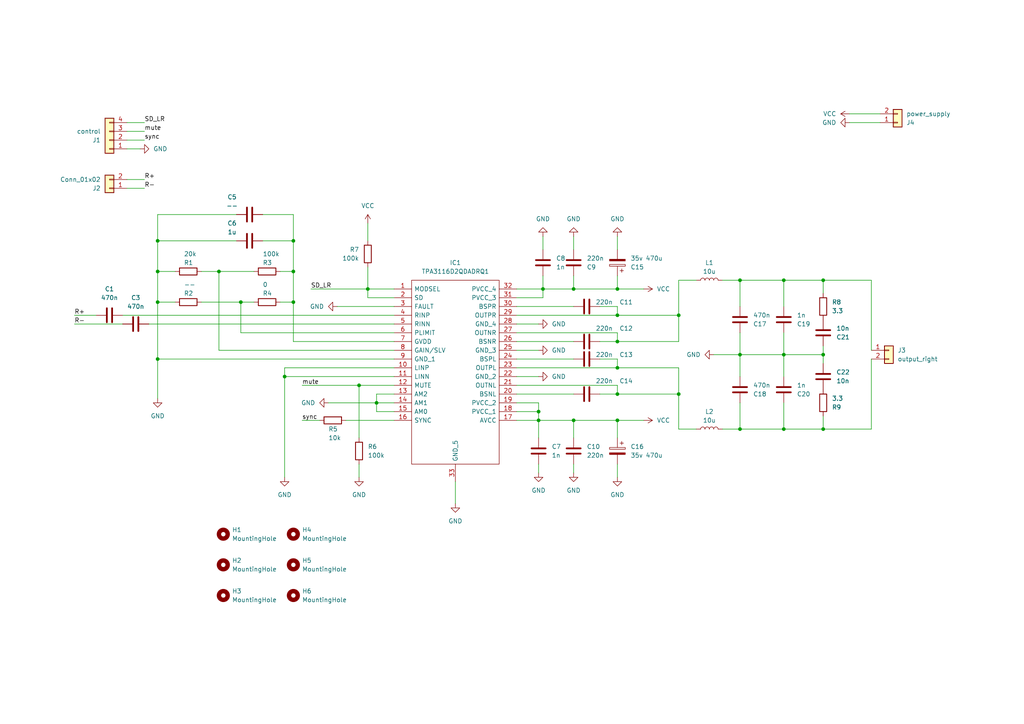
<source format=kicad_sch>
(kicad_sch (version 20230121) (generator eeschema)
  (paper "A4")
  (lib_symbols
    (symbol "Connector_Generic:Conn_01x02" (pin_names (offset 1.016) hide)
      (property "Reference" "J" (at 0 2.54 0))
      (property "Value" "Conn_01x02" (at 0 -5.08 0))
      (symbol "Conn_01x02_1_1"
        (rectangle (start -1.27 -2.413) (end 0 -2.667) (stroke (width 0.1524)))
        (rectangle (start -1.27 0.127) (end 0 -0.127) (stroke (width 0.1524)))
        (rectangle (start -1.27 1.27) (end 1.27 -3.81) (stroke (width 0.254)) (fill (type background)))
        (pin passive line (at -5.08 0 0) (length 3.81) (name "Pin_1") (number "1"))
        (pin passive line (at -5.08 -2.54 0) (length 3.81) (name "Pin_2") (number "2"))
      )
    )
    (symbol "Connector_Generic:Conn_01x04" (pin_names (offset 1.016) hide)
      (property "Reference" "J" (at 0 5.08 0))
      (property "Value" "Conn_01x04" (at 0 -7.62 0))
      (symbol "Conn_01x04_1_1"
        (rectangle (start -1.27 -4.953) (end 0 -5.207) (stroke (width 0.1524)))
        (rectangle (start -1.27 -2.413) (end 0 -2.667) (stroke (width 0.1524)))
        (rectangle (start -1.27 0.127) (end 0 -0.127) (stroke (width 0.1524)))
        (rectangle (start -1.27 2.667) (end 0 2.413) (stroke (width 0.1524)))
        (rectangle (start -1.27 3.81) (end 1.27 -6.35) (stroke (width 0.254)) (fill (type background)))
        (pin passive line (at -5.08 2.54 0) (length 3.81) (name "Pin_1") (number "1"))
        (pin passive line (at -5.08 0 0) (length 3.81) (name "Pin_2") (number "2"))
        (pin passive line (at -5.08 -2.54 0) (length 3.81) (name "Pin_3") (number "3"))
        (pin passive line (at -5.08 -5.08 0) (length 3.81) (name "Pin_4") (number "4"))
      )
    )
    (symbol "Device:C" (pin_numbers hide) (pin_names (offset 0.254))
      (property "Reference" "C" (at 0.635 2.54 0))
      (property "Value" "C" (at 0.635 -2.54 0))
      (symbol "C_0_1"
        (polyline (pts (xy -2.032 -0.762) (xy 2.032 -0.762)) (stroke (width 0.508)))
        (polyline (pts (xy -2.032 0.762) (xy 2.032 0.762)) (stroke (width 0.508)))
      )
      (symbol "C_1_1"
        (pin passive line (at 0 3.81 270) (length 2.794) (name "~") (number "1"))
        (pin passive line (at 0 -3.81 90) (length 2.794) (name "~") (number "2"))
      )
    )
    (symbol "Device:C_Polarized" (pin_numbers hide) (pin_names (offset 0.254))
      (property "Reference" "C" (at 0.635 2.54 0))
      (property "Value" "C_Polarized" (at 0.635 -2.54 0))
      (symbol "C_Polarized_0_1"
        (rectangle (start -2.286 0.508) (end 2.286 1.016))
        (polyline (pts (xy -1.778 2.286) (xy -0.762 2.286)))
        (polyline (pts (xy -1.27 2.794) (xy -1.27 1.778)))
        (rectangle (start 2.286 -0.508) (end -2.286 -1.016) (fill (type outline)))
      )
      (symbol "C_Polarized_1_1"
        (pin passive line (at 0 3.81 270) (length 2.794) (name "~") (number "1"))
        (pin passive line (at 0 -3.81 90) (length 2.794) (name "~") (number "2"))
      )
    )
    (symbol "Device:L" (pin_numbers hide) (pin_names (offset 1.016) hide)
      (property "Reference" "L" (at -1.27 0 90))
      (property "Value" "L" (at 1.905 0 90))
      (symbol "L_0_1"
        (arc (start 0 -2.54) (mid 0.6323 -1.905) (end 0 -1.27))
        (arc (start 0 -1.27) (mid 0.6323 -0.635) (end 0 0))
        (arc (start 0 0) (mid 0.6323 0.635) (end 0 1.27))
        (arc (start 0 1.27) (mid 0.6323 1.905) (end 0 2.54))
      )
      (symbol "L_1_1"
        (pin passive line (at 0 3.81 270) (length 1.27) (name "1") (number "1"))
        (pin passive line (at 0 -3.81 90) (length 1.27) (name "2") (number "2"))
      )
    )
    (symbol "Device:R" (pin_numbers hide) (pin_names (offset 0))
      (property "Reference" "R" (at 2.032 0 90))
      (property "Value" "R" (at 0 0 90))
      (symbol "R_0_1"
        (rectangle (start -1.016 -2.54) (end 1.016 2.54) (stroke (width 0.254)))
      )
      (symbol "R_1_1"
        (pin passive line (at 0 3.81 270) (length 1.27) (name "~") (number "1"))
        (pin passive line (at 0 -3.81 90) (length 1.27) (name "~") (number "2"))
      )
    )
    (symbol "Mechanical:MountingHole" (pin_names (offset 1.016))
      (property "Reference" "H" (at 0 5.08 0))
      (property "Value" "MountingHole" (at 0 3.175 0))
      (symbol "MountingHole_0_1"
        (circle (center 0 0) (radius 1.27) (stroke (width 1.27)))
      )
    )
    (symbol "local:TPA3116D2QDADRQ1" (pin_names (offset 0.762))
      (property "Reference" "IC" (at 31.75 7.62 0))
      (property "Value" "TPA3116D2QDADRQ1" (at 31.75 5.08 0))
      (symbol "TPA3116D2QDADRQ1_0_0"
        (pin passive line (at 0 0 0) (length 5.08) (name "MODSEL") (number "1"))
        (pin passive line (at 0 -22.86 0) (length 5.08) (name "LINP") (number "10"))
        (pin passive line (at 0 -25.4 0) (length 5.08) (name "LINN") (number "11"))
        (pin passive line (at 0 -27.94 0) (length 5.08) (name "MUTE") (number "12"))
        (pin passive line (at 0 -30.48 0) (length 5.08) (name "AM2") (number "13"))
        (pin passive line (at 0 -33.02 0) (length 5.08) (name "AM1") (number "14"))
        (pin passive line (at 0 -35.56 0) (length 5.08) (name "AM0") (number "15"))
        (pin passive line (at 0 -38.1 0) (length 5.08) (name "SYNC") (number "16"))
        (pin passive line (at 35.56 -38.1 180) (length 5.08) (name "AVCC") (number "17"))
        (pin passive line (at 35.56 -35.56 180) (length 5.08) (name "PVCC_1") (number "18"))
        (pin passive line (at 35.56 -33.02 180) (length 5.08) (name "PVCC_2") (number "19"))
        (pin passive line (at 0 -2.54 0) (length 5.08) (name "SD") (number "2"))
        (pin passive line (at 35.56 -30.48 180) (length 5.08) (name "BSNL") (number "20"))
        (pin passive line (at 35.56 -27.94 180) (length 5.08) (name "OUTNL") (number "21"))
        (pin passive line (at 35.56 -25.4 180) (length 5.08) (name "GND_2") (number "22"))
        (pin passive line (at 35.56 -22.86 180) (length 5.08) (name "OUTPL") (number "23"))
        (pin passive line (at 35.56 -20.32 180) (length 5.08) (name "BSPL") (number "24"))
        (pin passive line (at 35.56 -17.78 180) (length 5.08) (name "GND_3") (number "25"))
        (pin passive line (at 35.56 -15.24 180) (length 5.08) (name "BSNR") (number "26"))
        (pin passive line (at 35.56 -12.7 180) (length 5.08) (name "OUTNR") (number "27"))
        (pin passive line (at 35.56 -10.16 180) (length 5.08) (name "GND_4") (number "28"))
        (pin passive line (at 35.56 -7.62 180) (length 5.08) (name "OUTPR") (number "29"))
        (pin passive line (at 0 -5.08 0) (length 5.08) (name "FAULT") (number "3"))
        (pin passive line (at 35.56 -5.08 180) (length 5.08) (name "BSPR") (number "30"))
        (pin passive line (at 35.56 -2.54 180) (length 5.08) (name "PVCC_3") (number "31"))
        (pin passive line (at 35.56 0 180) (length 5.08) (name "PVCC_4") (number "32"))
        (pin passive line (at 17.78 -55.88 90) (length 5.08) (name "GND_5") (number "33"))
        (pin passive line (at 0 -7.62 0) (length 5.08) (name "RINP") (number "4"))
        (pin passive line (at 0 -10.16 0) (length 5.08) (name "RINN") (number "5"))
        (pin passive line (at 0 -12.7 0) (length 5.08) (name "PLIMIT") (number "6"))
        (pin passive line (at 0 -15.24 0) (length 5.08) (name "GVDD") (number "7"))
        (pin passive line (at 0 -17.78 0) (length 5.08) (name "GAIN/SLV") (number "8"))
        (pin passive line (at 0 -20.32 0) (length 5.08) (name "GND_1") (number "9"))
      )
      (symbol "TPA3116D2QDADRQ1_0_1"
        (polyline (pts (xy 5.08 2.54) (xy 30.48 2.54) (xy 30.48 -50.8) (xy 5.08 -50.8) (xy 5.08 2.54)) (stroke (width 0.1524)))
      )
    )
    (symbol "power:GND" (power) (pin_names (offset 0))
      (property "Value" "GND" (at 0 -3.81 0))
      (symbol "GND_0_1"
        (polyline (pts (xy 0 0) (xy 0 -1.27) (xy 1.27 -1.27) (xy 0 -2.54) (xy -1.27 -1.27) (xy 0 -1.27)))
      )
      (symbol "GND_1_1"
        (pin power_in line (at 0 0 270) (length 0) hide (name "GND") (number "1"))
      )
    )
    (symbol "power:VCC" (power) (pin_names (offset 0))
      (property "Value" "VCC" (at 0 3.81 0))
      (symbol "VCC_0_1"
        (polyline (pts (xy -0.762 1.27) (xy 0 2.54)))
        (polyline (pts (xy 0 0) (xy 0 2.54)))
        (polyline (pts (xy 0 2.54) (xy 0.762 1.27)))
      )
      (symbol "VCC_1_1"
        (pin power_in line (at 0 0 90) (length 0) hide (name "VCC") (number "1"))
      )
    )
  )
  (junction (at 238.76 81.28))
  (junction (at 214.63 124.46))
  (junction (at 196.85 114.3))
  (junction (at 45.72 69.85))
  (junction (at 85.09 87.63))
  (junction (at 227.33 102.87))
  (junction (at 166.37 121.92))
  (junction (at 238.76 124.46))
  (junction (at 166.37 83.82))
  (junction (at 45.72 104.14))
  (junction (at 157.48 83.82))
  (junction (at 238.76 102.87))
  (junction (at 156.21 119.38))
  (junction (at 85.09 69.85))
  (junction (at 179.07 114.3))
  (junction (at 227.33 81.28))
  (junction (at 179.07 121.92))
  (junction (at 179.07 83.82))
  (junction (at 109.22 116.84))
  (junction (at 106.68 83.82))
  (junction (at 63.5 78.74))
  (junction (at 156.21 121.92))
  (junction (at 227.33 124.46))
  (junction (at 45.72 87.63))
  (junction (at 179.07 91.44))
  (junction (at 69.85 87.63))
  (junction (at 196.85 91.44))
  (junction (at 179.07 106.68))
  (junction (at 214.63 81.28))
  (junction (at 85.09 78.74))
  (junction (at 179.07 99.06))
  (junction (at 45.72 78.74))
  (junction (at 82.55 109.22))
  (junction (at 104.14 111.76))
  (junction (at 214.63 102.87))
  (wire (pts (xy 132.08 146.05) (xy 132.08 139.7)))
  (wire (pts (xy 214.63 81.28) (xy 214.63 88.9)))
  (wire (pts (xy 45.72 69.85) (xy 45.72 78.74)))
  (wire (pts (xy 109.22 114.3) (xy 114.3 114.3)))
  (wire (pts (xy 179.07 83.82) (xy 179.07 80.01)))
  (wire (pts (xy 214.63 102.87) (xy 214.63 109.22)))
  (wire (pts (xy 179.07 114.3) (xy 196.85 114.3)))
  (wire (pts (xy 166.37 68.58) (xy 166.37 72.39)))
  (wire (pts (xy 76.2 69.85) (xy 85.09 69.85)))
  (wire (pts (xy 21.59 91.44) (xy 27.94 91.44)))
  (wire (pts (xy 149.86 83.82) (xy 157.48 83.82)))
  (wire (pts (xy 149.86 104.14) (xy 166.37 104.14)))
  (wire (pts (xy 114.3 96.52) (xy 69.85 96.52)))
  (wire (pts (xy 41.91 38.1) (xy 36.83 38.1)))
  (wire (pts (xy 85.09 99.06) (xy 114.3 99.06)))
  (wire (pts (xy 109.22 114.3) (xy 109.22 116.84)))
  (wire (pts (xy 109.22 116.84) (xy 109.22 119.38)))
  (wire (pts (xy 156.21 137.16) (xy 156.21 134.62)))
  (wire (pts (xy 106.68 77.47) (xy 106.68 83.82)))
  (wire (pts (xy 68.58 69.85) (xy 45.72 69.85)))
  (wire (pts (xy 149.86 114.3) (xy 166.37 114.3)))
  (wire (pts (xy 179.07 91.44) (xy 196.85 91.44)))
  (wire (pts (xy 85.09 69.85) (xy 85.09 78.74)))
  (wire (pts (xy 45.72 78.74) (xy 45.72 87.63)))
  (wire (pts (xy 104.14 138.43) (xy 104.14 134.62)))
  (wire (pts (xy 196.85 124.46) (xy 201.93 124.46)))
  (wire (pts (xy 85.09 78.74) (xy 81.28 78.74)))
  (wire (pts (xy 214.63 102.87) (xy 227.33 102.87)))
  (wire (pts (xy 69.85 87.63) (xy 73.66 87.63)))
  (wire (pts (xy 179.07 83.82) (xy 186.69 83.82)))
  (wire (pts (xy 238.76 102.87) (xy 238.76 105.41)))
  (wire (pts (xy 82.55 106.68) (xy 82.55 109.22)))
  (wire (pts (xy 214.63 124.46) (xy 214.63 116.84)))
  (wire (pts (xy 179.07 91.44) (xy 179.07 88.9)))
  (wire (pts (xy 45.72 62.23) (xy 45.72 69.85)))
  (wire (pts (xy 179.07 121.92) (xy 186.69 121.92)))
  (wire (pts (xy 156.21 116.84) (xy 156.21 119.38)))
  (wire (pts (xy 68.58 62.23) (xy 45.72 62.23)))
  (wire (pts (xy 45.72 87.63) (xy 45.72 104.14)))
  (wire (pts (xy 196.85 81.28) (xy 201.93 81.28)))
  (wire (pts (xy 85.09 78.74) (xy 85.09 87.63)))
  (wire (pts (xy 149.86 99.06) (xy 166.37 99.06)))
  (wire (pts (xy 156.21 121.92) (xy 149.86 121.92)))
  (wire (pts (xy 85.09 62.23) (xy 85.09 69.85)))
  (wire (pts (xy 196.85 106.68) (xy 196.85 114.3)))
  (wire (pts (xy 85.09 87.63) (xy 85.09 99.06)))
  (wire (pts (xy 104.14 111.76) (xy 114.3 111.76)))
  (wire (pts (xy 45.72 87.63) (xy 50.8 87.63)))
  (wire (pts (xy 149.86 119.38) (xy 156.21 119.38)))
  (wire (pts (xy 227.33 116.84) (xy 227.33 124.46)))
  (wire (pts (xy 252.73 104.14) (xy 252.73 124.46)))
  (wire (pts (xy 45.72 104.14) (xy 114.3 104.14)))
  (wire (pts (xy 95.25 116.84) (xy 109.22 116.84)))
  (wire (pts (xy 207.01 102.87) (xy 214.63 102.87)))
  (wire (pts (xy 238.76 120.65) (xy 238.76 124.46)))
  (wire (pts (xy 40.64 43.18) (xy 36.83 43.18)))
  (wire (pts (xy 63.5 78.74) (xy 73.66 78.74)))
  (wire (pts (xy 157.48 86.36) (xy 149.86 86.36)))
  (wire (pts (xy 106.68 86.36) (xy 114.3 86.36)))
  (wire (pts (xy 45.72 78.74) (xy 50.8 78.74)))
  (wire (pts (xy 106.68 64.77) (xy 106.68 69.85)))
  (wire (pts (xy 156.21 121.92) (xy 166.37 121.92)))
  (wire (pts (xy 109.22 116.84) (xy 114.3 116.84)))
  (wire (pts (xy 45.72 104.14) (xy 45.72 115.57)))
  (wire (pts (xy 149.86 88.9) (xy 166.37 88.9)))
  (wire (pts (xy 214.63 96.52) (xy 214.63 102.87)))
  (wire (pts (xy 149.86 116.84) (xy 156.21 116.84)))
  (wire (pts (xy 87.63 121.92) (xy 92.71 121.92)))
  (wire (pts (xy 82.55 106.68) (xy 114.3 106.68)))
  (wire (pts (xy 227.33 102.87) (xy 238.76 102.87)))
  (wire (pts (xy 179.07 99.06) (xy 173.99 99.06)))
  (wire (pts (xy 227.33 96.52) (xy 227.33 102.87)))
  (wire (pts (xy 69.85 96.52) (xy 69.85 87.63)))
  (wire (pts (xy 156.21 101.6) (xy 149.86 101.6)))
  (wire (pts (xy 106.68 83.82) (xy 106.68 86.36)))
  (wire (pts (xy 166.37 83.82) (xy 179.07 83.82)))
  (wire (pts (xy 227.33 102.87) (xy 227.33 109.22)))
  (wire (pts (xy 209.55 124.46) (xy 214.63 124.46)))
  (wire (pts (xy 196.85 114.3) (xy 196.85 124.46)))
  (wire (pts (xy 252.73 81.28) (xy 252.73 101.6)))
  (wire (pts (xy 100.33 121.92) (xy 114.3 121.92)))
  (wire (pts (xy 35.56 91.44) (xy 114.3 91.44)))
  (wire (pts (xy 97.79 88.9) (xy 114.3 88.9)))
  (wire (pts (xy 179.07 88.9) (xy 173.99 88.9)))
  (wire (pts (xy 58.42 87.63) (xy 69.85 87.63)))
  (wire (pts (xy 166.37 83.82) (xy 166.37 80.01)))
  (wire (pts (xy 179.07 104.14) (xy 179.07 106.68)))
  (wire (pts (xy 179.07 111.76) (xy 179.07 114.3)))
  (wire (pts (xy 149.86 111.76) (xy 179.07 111.76)))
  (wire (pts (xy 196.85 99.06) (xy 196.85 91.44)))
  (wire (pts (xy 149.86 91.44) (xy 179.07 91.44)))
  (wire (pts (xy 157.48 68.58) (xy 157.48 72.39)))
  (wire (pts (xy 157.48 80.01) (xy 157.48 83.82)))
  (wire (pts (xy 43.18 93.98) (xy 114.3 93.98)))
  (wire (pts (xy 104.14 111.76) (xy 104.14 127)))
  (wire (pts (xy 90.17 83.82) (xy 106.68 83.82)))
  (wire (pts (xy 238.76 81.28) (xy 252.73 81.28)))
  (wire (pts (xy 82.55 109.22) (xy 114.3 109.22)))
  (wire (pts (xy 157.48 83.82) (xy 157.48 86.36)))
  (wire (pts (xy 41.91 40.64) (xy 36.83 40.64)))
  (wire (pts (xy 21.59 93.98) (xy 35.56 93.98)))
  (wire (pts (xy 179.07 106.68) (xy 196.85 106.68)))
  (wire (pts (xy 76.2 62.23) (xy 85.09 62.23)))
  (wire (pts (xy 58.42 78.74) (xy 63.5 78.74)))
  (wire (pts (xy 81.28 87.63) (xy 85.09 87.63)))
  (wire (pts (xy 246.38 33.02) (xy 255.27 33.02)))
  (wire (pts (xy 87.63 111.76) (xy 104.14 111.76)))
  (wire (pts (xy 173.99 104.14) (xy 179.07 104.14)))
  (wire (pts (xy 252.73 124.46) (xy 238.76 124.46)))
  (wire (pts (xy 166.37 121.92) (xy 166.37 127)))
  (wire (pts (xy 149.86 96.52) (xy 179.07 96.52)))
  (wire (pts (xy 156.21 93.98) (xy 149.86 93.98)))
  (wire (pts (xy 238.76 100.33) (xy 238.76 102.87)))
  (wire (pts (xy 227.33 81.28) (xy 227.33 88.9)))
  (wire (pts (xy 41.91 54.61) (xy 36.83 54.61)))
  (wire (pts (xy 179.07 121.92) (xy 179.07 127)))
  (wire (pts (xy 238.76 81.28) (xy 227.33 81.28)))
  (wire (pts (xy 63.5 101.6) (xy 114.3 101.6)))
  (wire (pts (xy 41.91 35.56) (xy 36.83 35.56)))
  (wire (pts (xy 238.76 85.09) (xy 238.76 81.28)))
  (wire (pts (xy 179.07 68.58) (xy 179.07 72.39)))
  (wire (pts (xy 179.07 114.3) (xy 173.99 114.3)))
  (wire (pts (xy 156.21 119.38) (xy 156.21 121.92)))
  (wire (pts (xy 156.21 109.22) (xy 149.86 109.22)))
  (wire (pts (xy 157.48 83.82) (xy 166.37 83.82)))
  (wire (pts (xy 114.3 83.82) (xy 106.68 83.82)))
  (wire (pts (xy 109.22 119.38) (xy 114.3 119.38)))
  (wire (pts (xy 166.37 137.16) (xy 166.37 134.62)))
  (wire (pts (xy 179.07 106.68) (xy 149.86 106.68)))
  (wire (pts (xy 227.33 81.28) (xy 214.63 81.28)))
  (wire (pts (xy 214.63 124.46) (xy 227.33 124.46)))
  (wire (pts (xy 179.07 96.52) (xy 179.07 99.06)))
  (wire (pts (xy 179.07 138.43) (xy 179.07 134.62)))
  (wire (pts (xy 156.21 121.92) (xy 156.21 127)))
  (wire (pts (xy 63.5 78.74) (xy 63.5 101.6)))
  (wire (pts (xy 82.55 109.22) (xy 82.55 138.43)))
  (wire (pts (xy 246.38 35.56) (xy 255.27 35.56)))
  (wire (pts (xy 209.55 81.28) (xy 214.63 81.28)))
  (wire (pts (xy 41.91 52.07) (xy 36.83 52.07)))
  (wire (pts (xy 166.37 121.92) (xy 179.07 121.92)))
  (wire (pts (xy 196.85 91.44) (xy 196.85 81.28)))
  (wire (pts (xy 179.07 99.06) (xy 196.85 99.06)))
  (wire (pts (xy 227.33 124.46) (xy 238.76 124.46)))
  (label "mute" (at 41.91 38.1 0))
  (label "R-" (at 41.91 54.61 0))
  (label "SD_LR" (at 41.91 35.56 0))
  (label "R-" (at 21.59 93.98 0))
  (label "sync" (at 87.63 121.92 0))
  (label "sync" (at 41.91 40.64 0))
  (label "R+" (at 41.91 52.07 0))
  (label "mute" (at 87.63 111.76 0))
  (label "SD_LR" (at 90.17 83.82 0))
  (label "R+" (at 21.59 91.44 0))
  (symbol (lib_id "power:GND") (at 156.21 137.16 0) (unit 1)
    (property "Reference" "#PWR013" (effects hide))
    (property "Value" "GND" (at 156.21 142.24 0))
  )
  (symbol (lib_id "Device:R") (at 96.52 121.92 270) (unit 1)
    (property "Reference" "R5" (at 95.25 124.46 90) (effects (justify left)))
    (property "Value" "10k" (at 95.25 127 90) (effects (justify left)))
    (property "Footprint" "Resistor_SMD:R_0603_1608Metric" (effects hide))
  )
  (symbol (lib_id "Connector_Generic:Conn_01x04") (at 31.75 40.64 180) (unit 1)
    (property "Reference" "J1" (at 29.21 40.64 0) (effects (justify left)))
    (property "Value" "control" (at 29.21 38.1 0) (effects (justify left)))
    (property "Footprint" "Connector_Wire:SolderWire-0.25sqmm_1x04_P4.2mm_D0.65mm_OD1.7mm" (effects hide))
  )
  (symbol (lib_id "Device:R") (at 238.76 116.84 0) (mirror x) (unit 1)
    (property "Reference" "R9" (at 241.3 118.11 0) (effects (justify left)))
    (property "Value" "3.3" (at 241.3 115.57 0) (effects (justify left)))
    (property "Footprint" "Resistor_SMD:R_0603_1608Metric" (effects hide))
  )
  (symbol (lib_id "power:VCC") (at 106.68 64.77 0) (unit 1)
    (property "Reference" "#PWR08" (effects hide))
    (property "Value" "VCC" (at 106.68 59.69 0))
  )
  (symbol (lib_id "power:GND") (at 82.55 138.43 0) (unit 1)
    (property "Reference" "#PWR04" (effects hide))
    (property "Value" "GND" (at 82.55 143.51 0))
  )
  (symbol (lib_id "power:GND") (at 45.72 115.57 0) (unit 1)
    (property "Reference" "#PWR02" (effects hide))
    (property "Value" "GND" (at 45.72 120.65 0))
  )
  (symbol (lib_id "power:GND") (at 104.14 138.43 0) (unit 1)
    (property "Reference" "#PWR07" (effects hide))
    (property "Value" "GND" (at 104.14 143.51 0))
  )
  (symbol (lib_id "Connector_Generic:Conn_01x02") (at 31.75 54.61 180) (unit 1)
    (property "Reference" "J2" (at 29.21 54.61 0) (effects (justify left)))
    (property "Value" "Conn_01x02" (at 29.21 52.07 0) (effects (justify left)))
    (property "Footprint" "Connector_Wire:SolderWire-0.25sqmm_1x02_P4.2mm_D0.65mm_OD1.7mm" (effects hide))
  )
  (symbol (lib_id "Device:C") (at 170.18 104.14 270) (mirror x) (unit 1)
    (property "Reference" "C13" (at 181.61 102.87 90))
    (property "Value" "220n" (at 175.26 102.87 90))
    (property "Footprint" "Capacitor_SMD:C_0603_1608Metric" (effects hide))
  )
  (symbol (lib_id "Device:C") (at 170.18 114.3 270) (mirror x) (unit 1)
    (property "Reference" "C14" (at 181.61 110.49 90))
    (property "Value" "220n" (at 175.26 110.49 90))
    (property "Footprint" "Capacitor_SMD:C_0603_1608Metric" (effects hide))
  )
  (symbol (lib_id "power:GND") (at 157.48 68.58 180) (unit 1)
    (property "Reference" "#PWR014" (effects hide))
    (property "Value" "GND" (at 157.48 63.5 0))
  )
  (symbol (lib_id "Device:R") (at 77.47 87.63 270) (mirror x) (unit 1)
    (property "Reference" "R4" (at 76.2 85.09 90) (effects (justify left)))
    (property "Value" "0" (at 76.2 82.55 90) (effects (justify left)))
    (property "Footprint" "Resistor_SMD:R_0603_1608Metric" (effects hide))
  )
  (symbol (lib_id "Connector_Generic:Conn_01x02") (at 260.35 35.56 0) (mirror x) (unit 1)
    (property "Reference" "J4" (at 262.89 35.56 0) (effects (justify left)))
    (property "Value" "power_supply" (at 262.89 33.02 0) (effects (justify left)))
    (property "Footprint" "Connector_Wire:SolderWire-0.75sqmm_1x02_P4.8mm_D1.25mm_OD2.3mm" (effects hide))
  )
  (symbol (lib_id "Device:C") (at 227.33 92.71 0) (mirror x) (unit 1)
    (property "Reference" "C19" (at 231.14 93.98 0) (effects (justify left)))
    (property "Value" "1n" (at 231.14 91.44 0) (effects (justify left)))
    (property "Footprint" "Capacitor_SMD:C_0603_1608Metric" (effects hide))
  )
  (symbol (lib_id "Device:C") (at 170.18 88.9 270) (unit 1)
    (property "Reference" "C11" (at 181.61 87.63 90))
    (property "Value" "220n" (at 175.26 87.63 90))
    (property "Footprint" "Capacitor_SMD:C_0603_1608Metric" (effects hide))
  )
  (symbol (lib_id "Device:C_Polarized") (at 179.07 76.2 180) (unit 1)
    (property "Reference" "C15" (at 182.88 77.47 0) (effects (justify right)))
    (property "Value" "35v 470u" (at 182.88 74.93 0) (effects (justify right)))
    (property "Footprint" "Capacitor_THT:CP_Radial_D10.0mm_P5.00mm" (effects hide))
  )
  (symbol (lib_id "power:GND") (at 132.08 146.05 0) (unit 1)
    (property "Reference" "#PWR09" (effects hide))
    (property "Value" "GND" (at 132.08 151.13 0))
  )
  (symbol (lib_id "Device:R") (at 54.61 87.63 270) (mirror x) (unit 1)
    (property "Reference" "R2" (at 53.34 85.09 90) (effects (justify left)))
    (property "Value" "--" (at 53.34 82.55 90) (effects (justify left)))
    (property "Footprint" "Resistor_SMD:R_0603_1608Metric" (effects hide))
  )
  (symbol (lib_id "Device:C") (at 157.48 76.2 0) (unit 1)
    (property "Reference" "C8" (at 161.29 74.93 0) (effects (justify left)))
    (property "Value" "1n" (at 161.29 77.47 0) (effects (justify left)))
    (property "Footprint" "Capacitor_SMD:C_0603_1608Metric" (effects hide))
  )
  (symbol (lib_id "Device:C") (at 214.63 92.71 0) (mirror x) (unit 1)
    (property "Reference" "C17" (at 218.44 93.98 0) (effects (justify left)))
    (property "Value" "470n" (at 218.44 91.44 0) (effects (justify left)))
    (property "Footprint" "Capacitor_SMD:C_1812_4532Metric" (effects hide))
  )
  (symbol (lib_id "Device:L") (at 205.74 124.46 90) (unit 1)
    (property "Reference" "L2" (at 205.74 119.38 90))
    (property "Value" "10u" (at 205.74 121.92 90))
    (property "Footprint" "Inductor_SMD:L_12x12mm_H8mm" (effects hide))
  )
  (symbol (lib_id "power:GND") (at 97.79 88.9 270) (unit 1)
    (property "Reference" "#PWR06" (effects hide))
    (property "Value" "GND" (at 93.98 88.9 90) (effects (justify right)))
  )
  (symbol (lib_id "Device:R") (at 104.14 130.81 0) (unit 1)
    (property "Reference" "R6" (at 106.68 129.54 0) (effects (justify left)))
    (property "Value" "100k" (at 106.68 132.08 0) (effects (justify left)))
    (property "Footprint" "Resistor_SMD:R_0603_1608Metric" (effects hide))
  )
  (symbol (lib_id "Mechanical:MountingHole") (at 64.77 154.94 0) (unit 1)
    (property "Reference" "H1" (at 67.31 153.67 0) (effects (justify left)))
    (property "Value" "MountingHole" (at 67.31 156.21 0) (effects (justify left)))
    (property "Footprint" "MountingHole:MountingHole_3.2mm_M3_DIN965_Pad" (effects hide))
  )
  (symbol (lib_id "Device:C") (at 170.18 99.06 270) (unit 1)
    (property "Reference" "C12" (at 181.61 95.25 90))
    (property "Value" "220n" (at 175.26 95.25 90))
    (property "Footprint" "Capacitor_SMD:C_0603_1608Metric" (effects hide))
  )
  (symbol (lib_id "power:GND") (at 246.38 35.56 270) (unit 1)
    (property "Reference" "#PWR023" (effects hide))
    (property "Value" "GND" (at 242.57 35.56 90) (effects (justify right)))
  )
  (symbol (lib_id "power:GND") (at 95.25 116.84 270) (unit 1)
    (property "Reference" "#PWR05" (effects hide))
    (property "Value" "GND" (at 91.44 116.84 90) (effects (justify right)))
  )
  (symbol (lib_id "power:GND") (at 156.21 109.22 90) (unit 1)
    (property "Reference" "#PWR012" (effects hide))
    (property "Value" "GND" (at 160.02 109.22 90) (effects (justify right)))
  )
  (symbol (lib_id "Device:R") (at 77.47 78.74 270) (mirror x) (unit 1)
    (property "Reference" "R3" (at 76.2 76.2 90) (effects (justify left)))
    (property "Value" "100k" (at 76.2 73.66 90) (effects (justify left)))
    (property "Footprint" "Resistor_SMD:R_0603_1608Metric" (effects hide))
  )
  (symbol (lib_id "power:GND") (at 166.37 137.16 0) (unit 1)
    (property "Reference" "#PWR016" (effects hide))
    (property "Value" "GND" (at 166.37 142.24 0))
  )
  (symbol (lib_id "local:TPA3116D2QDADRQ1") (at 114.3 83.82 0) (unit 1)
    (property "Reference" "IC1" (at 132.08 76.2 0))
    (property "Value" "TPA3116D2QDADRQ1" (at 132.08 78.74 0))
    (property "Footprint" "local:SOP65P810X120-33N" (effects hide))
    (property "Datasheet" "http://www.ti.com/lit/gpn/tpa3116d2-q1" (effects hide))
    (property "Description" "2-Ch, 50-W Analog Input Class-D Audio Amplifier" (effects hide))
    (property "Height" "1.2" (effects hide))
    (property "Manufacturer_Name" "Texas Instruments" (effects hide))
    (property "Manufacturer_Part_Number" "TPA3116D2QDADRQ1" (effects hide))
    (property "Mouser Part Number" "595-TPA3116D2QDADRQ1" (effects hide))
    (property "Mouser Price/Stock" "https://www.mouser.co.uk/ProductDetail/Texas-Instruments/TPA3116D2QDADRQ1?qs=UPLqB4C8V4HphPtdRa3LzQ%3D%3D" (effects hide))
    (property "Arrow Part Number" "TPA3116D2QDADRQ1" (effects hide))
    (property "Arrow Price/Stock" "https://www.arrow.com/en/products/tpa3116d2qdadrq1/texas-instruments?utm_currency=USD&region=nac" (effects hide))
  )
  (symbol (lib_id "power:GND") (at 179.07 68.58 0) (mirror x) (unit 1)
    (property "Reference" "#PWR017" (effects hide))
    (property "Value" "GND" (at 179.07 63.5 0))
  )
  (symbol (lib_id "Mechanical:MountingHole") (at 64.77 172.72 0) (unit 1)
    (property "Reference" "H3" (at 67.31 171.45 0) (effects (justify left)))
    (property "Value" "MountingHole" (at 67.31 173.99 0) (effects (justify left)))
    (property "Footprint" "MountingHole:MountingHole_3.2mm_M3_DIN965_Pad" (effects hide))
  )
  (symbol (lib_id "Mechanical:MountingHole") (at 85.09 163.83 0) (unit 1)
    (property "Reference" "H5" (at 87.63 162.56 0) (effects (justify left)))
    (property "Value" "MountingHole" (at 87.63 165.1 0) (effects (justify left)))
    (property "Footprint" "MountingHole:MountingHole_3.2mm_M3_DIN965_Pad" (effects hide))
  )
  (symbol (lib_id "power:GND") (at 179.07 138.43 0) (unit 1)
    (property "Reference" "#PWR018" (effects hide))
    (property "Value" "GND" (at 179.07 143.51 0))
  )
  (symbol (lib_id "Mechanical:MountingHole") (at 64.77 163.83 0) (unit 1)
    (property "Reference" "H2" (at 67.31 162.56 0) (effects (justify left)))
    (property "Value" "MountingHole" (at 67.31 165.1 0) (effects (justify left)))
    (property "Footprint" "MountingHole:MountingHole_3.2mm_M3_DIN965_Pad" (effects hide))
  )
  (symbol (lib_id "Device:C_Polarized") (at 179.07 130.81 0) (mirror y) (unit 1)
    (property "Reference" "C16" (at 182.88 129.54 0) (effects (justify right)))
    (property "Value" "35v 470u" (at 182.88 132.08 0) (effects (justify right)))
    (property "Footprint" "Capacitor_THT:CP_Radial_D10.0mm_P5.00mm" (effects hide))
  )
  (symbol (lib_id "Device:C") (at 31.75 91.44 90) (unit 1)
    (property "Reference" "C1" (at 31.75 83.82 90))
    (property "Value" "470n" (at 31.75 86.36 90))
    (property "Footprint" "Capacitor_THT:C_Rect_L7.0mm_W4.5mm_P5.00mm" (effects hide))
  )
  (symbol (lib_id "Device:C") (at 72.39 62.23 90) (unit 1)
    (property "Reference" "C5" (at 67.31 57.15 90))
    (property "Value" "--" (at 67.31 59.69 90))
    (property "Footprint" "Capacitor_SMD:C_0603_1608Metric" (effects hide))
  )
  (symbol (lib_id "Device:R") (at 54.61 78.74 270) (mirror x) (unit 1)
    (property "Reference" "R1" (at 53.34 76.2 90) (effects (justify left)))
    (property "Value" "20k" (at 53.34 73.66 90) (effects (justify left)))
    (property "Footprint" "Resistor_SMD:R_0603_1608Metric" (effects hide))
  )
  (symbol (lib_id "power:GND") (at 156.21 101.6 90) (unit 1)
    (property "Reference" "#PWR011" (effects hide))
    (property "Value" "GND" (at 160.02 101.6 90) (effects (justify right)))
  )
  (symbol (lib_id "Device:C") (at 166.37 130.81 0) (unit 1)
    (property "Reference" "C10" (at 170.18 129.54 0) (effects (justify left)))
    (property "Value" "220n" (at 170.18 132.08 0) (effects (justify left)))
    (property "Footprint" "Capacitor_SMD:C_0603_1608Metric" (effects hide))
  )
  (symbol (lib_id "Device:C") (at 166.37 76.2 0) (mirror x) (unit 1)
    (property "Reference" "C9" (at 170.18 77.47 0) (effects (justify left)))
    (property "Value" "220n" (at 170.18 74.93 0) (effects (justify left)))
    (property "Footprint" "Capacitor_SMD:C_0603_1608Metric" (effects hide))
  )
  (symbol (lib_id "Device:C") (at 238.76 96.52 0) (mirror x) (unit 1)
    (property "Reference" "C21" (at 242.57 97.79 0) (effects (justify left)))
    (property "Value" "10n" (at 242.57 95.25 0) (effects (justify left)))
    (property "Footprint" "Capacitor_SMD:C_0603_1608Metric" (effects hide))
  )
  (symbol (lib_id "Device:C") (at 238.76 109.22 0) (unit 1)
    (property "Reference" "C22" (at 242.57 107.95 0) (effects (justify left)))
    (property "Value" "10n" (at 242.57 110.49 0) (effects (justify left)))
    (property "Footprint" "Capacitor_SMD:C_0603_1608Metric" (effects hide))
  )
  (symbol (lib_id "Mechanical:MountingHole") (at 85.09 172.72 0) (unit 1)
    (property "Reference" "H6" (at 87.63 171.45 0) (effects (justify left)))
    (property "Value" "MountingHole" (at 87.63 173.99 0) (effects (justify left)))
    (property "Footprint" "MountingHole:MountingHole_3.2mm_M3_DIN965_Pad" (effects hide))
  )
  (symbol (lib_id "power:GND") (at 166.37 68.58 0) (mirror x) (unit 1)
    (property "Reference" "#PWR015" (effects hide))
    (property "Value" "GND" (at 166.37 63.5 0))
  )
  (symbol (lib_id "Device:C") (at 227.33 113.03 0) (mirror x) (unit 1)
    (property "Reference" "C20" (at 231.14 114.3 0) (effects (justify left)))
    (property "Value" "1n" (at 231.14 111.76 0) (effects (justify left)))
    (property "Footprint" "Capacitor_SMD:C_0603_1608Metric" (effects hide))
  )
  (symbol (lib_id "Device:R") (at 106.68 73.66 0) (mirror y) (unit 1)
    (property "Reference" "R7" (at 104.14 72.39 0) (effects (justify left)))
    (property "Value" "100k" (at 104.14 74.93 0) (effects (justify left)))
    (property "Footprint" "Resistor_SMD:R_0603_1608Metric" (effects hide))
  )
  (symbol (lib_id "power:GND") (at 40.64 43.18 90) (unit 1)
    (property "Reference" "#PWR01" (effects hide))
    (property "Value" "GND" (at 44.45 43.18 90) (effects (justify right)))
  )
  (symbol (lib_id "power:GND") (at 207.01 102.87 270) (unit 1)
    (property "Reference" "#PWR021" (effects hide))
    (property "Value" "GND" (at 203.2 102.87 90) (effects (justify right)))
  )
  (symbol (lib_id "Device:C") (at 156.21 130.81 0) (unit 1)
    (property "Reference" "C7" (at 160.02 129.54 0) (effects (justify left)))
    (property "Value" "1n" (at 160.02 132.08 0) (effects (justify left)))
    (property "Footprint" "Capacitor_SMD:C_0603_1608Metric" (effects hide))
  )
  (symbol (lib_id "Device:L") (at 205.74 81.28 90) (unit 1)
    (property "Reference" "L1" (at 205.74 76.2 90))
    (property "Value" "10u" (at 205.74 78.74 90))
    (property "Footprint" "Inductor_SMD:L_12x12mm_H8mm" (effects hide))
  )
  (symbol (lib_id "Connector_Generic:Conn_01x02") (at 257.81 101.6 0) (unit 1)
    (property "Reference" "J3" (at 260.35 101.6 0) (effects (justify left)))
    (property "Value" "output_right" (at 260.35 104.14 0) (effects (justify left)))
    (property "Footprint" "Connector_Wire:SolderWire-0.75sqmm_1x02_P4.8mm_D1.25mm_OD2.3mm" (effects hide))
  )
  (symbol (lib_id "power:GND") (at 156.21 93.98 90) (unit 1)
    (property "Reference" "#PWR010" (effects hide))
    (property "Value" "GND" (at 160.02 93.98 90) (effects (justify right)))
  )
  (symbol (lib_id "Device:C") (at 39.37 93.98 90) (unit 1)
    (property "Reference" "C3" (at 39.37 86.36 90))
    (property "Value" "470n" (at 39.37 88.9 90))
    (property "Footprint" "Capacitor_THT:C_Rect_L7.0mm_W4.5mm_P5.00mm" (effects hide))
  )
  (symbol (lib_id "power:VCC") (at 246.38 33.02 90) (unit 1)
    (property "Reference" "#PWR022" (effects hide))
    (property "Value" "VCC" (at 242.57 33.02 90) (effects (justify left)))
  )
  (symbol (lib_id "Device:C") (at 72.39 69.85 90) (unit 1)
    (property "Reference" "C6" (at 67.31 64.77 90))
    (property "Value" "1u" (at 67.31 67.31 90))
    (property "Footprint" "Capacitor_SMD:C_0805_2012Metric" (effects hide))
  )
  (symbol (lib_id "power:VCC") (at 186.69 83.82 270) (unit 1)
    (property "Reference" "#PWR019" (effects hide))
    (property "Value" "VCC" (at 190.5 83.82 90) (effects (justify left)))
  )
  (symbol (lib_id "Mechanical:MountingHole") (at 85.09 154.94 0) (unit 1)
    (property "Reference" "H4" (at 87.63 153.67 0) (effects (justify left)))
    (property "Value" "MountingHole" (at 87.63 156.21 0) (effects (justify left)))
    (property "Footprint" "MountingHole:MountingHole_3.2mm_M3_DIN965_Pad" (effects hide))
  )
  (symbol (lib_id "Device:R") (at 238.76 88.9 0) (unit 1)
    (property "Reference" "R8" (at 241.3 87.63 0) (effects (justify left)))
    (property "Value" "3.3" (at 241.3 90.17 0) (effects (justify left)))
    (property "Footprint" "Resistor_SMD:R_0603_1608Metric" (effects hide))
  )
  (symbol (lib_id "power:VCC") (at 186.69 121.92 270) (unit 1)
    (property "Reference" "#PWR020" (effects hide))
    (property "Value" "VCC" (at 190.5 121.92 90) (effects (justify left)))
  )
  (symbol (lib_id "Device:C") (at 214.63 113.03 0) (mirror x) (unit 1)
    (property "Reference" "C18" (at 218.44 114.3 0) (effects (justify left)))
    (property "Value" "470n" (at 218.44 111.76 0) (effects (justify left)))
    (property "Footprint" "Capacitor_SMD:C_1812_4532Metric" (effects hide))
  )
)
</source>
